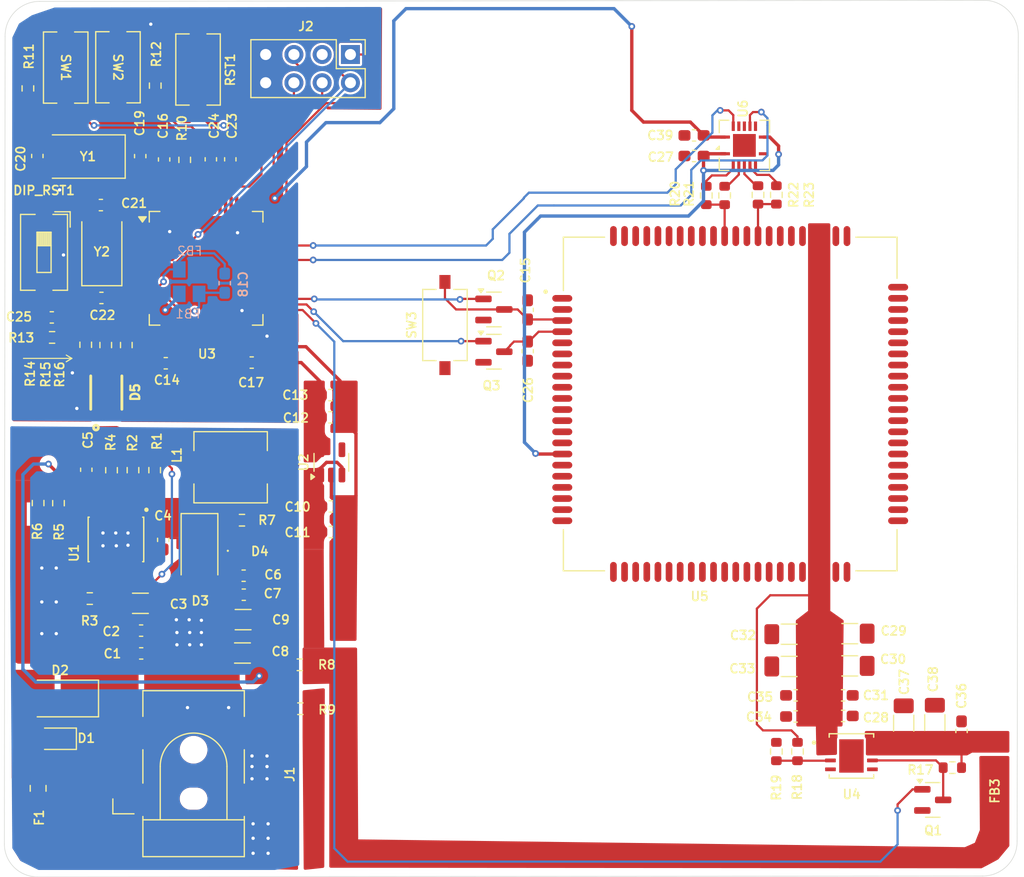
<source format=kicad_pcb>
(kicad_pcb (version 20240108) (generator "pcbnew") (generator_version "8.0")
  (layers (0 "F.Cu" signal) (31 "B.Cu" signal) (34 "B.Paste" user) (35 "F.Paste" user) (36 "B.SilkS" user "B.Silkscreen") (37 "F.SilkS" user "F.Silkscreen") (38 "B.Mask" user) (39 "F.Mask" user) (44 "Edge.Cuts" user))
  (net 0 "")
  (net 1 "Net-(D2-K)")
  (net 2 "GND-ISO")
  (net 3 "Net-(D3-K)")
  (net 4 "Net-(U1-BST)")
  (net 5 "Net-(U1-COMP)")
  (net 6 "Net-(C5-Pad2)")
  (net 7 "/Power Supply/5V")
  (net 8 "Net-(D1-A2)")
  (net 9 "Net-(D4-A)")
  (net 10 "Net-(F1-Pad2)")
  (net 11 "Net-(U1-EN)")
  (net 12 "Net-(U1-FREQ)")
  (net 13 "Net-(U1-FB)")
  (net 14 "/Power Supply/SMPS_OUT")
  (net 15 "GND")
  (net 16 "/3.3V")
  (net 18 "/STM32 MCU Unit/VCCA")
  (net 19 "GNDA")
  (net 20 "Net-(U3-PC14)")
  (net 21 "Net-(U3-PC15)")
  (net 22 "Net-(U3-PH0)")
  (net 23 "Net-(U3-PH1)")
  (net 24 "/STM32 MCU Unit/SW1")
  (net 25 "/STM32 MCU Unit/SW2")
  (net 26 "/STM32 MCU Unit/NRST")
  (net 27 "/STM32 MCU Unit/LED2")
  (net 28 "/STM32 MCU Unit/LED3")
  (net 29 "/STM32 MCU Unit/LED1")
  (net 31 "/STM32 MCU Unit/SWDIO")
  (net 32 "/STM32 MCU Unit/DBG_UART_RX")
  (net 33 "/STM32 MCU Unit/SWCLK")
  (net 34 "/STM32 MCU Unit/DBG_UART_TX")
  (net 35 "Net-(U3-BOOT0)")
  (net 38 "/LTE Modem Unit/PWRKEY")
  (net 59 "/1.8V")
  (net 63 "/LTE Modem Unit/RESET")
  (net 66 "/VCC_LTEMODEM")
  (net 69 "/MODEM_TX")
  (net 74 "Net-(D5-RA)")
  (net 75 "Net-(D5-BA)")
  (net 76 "Net-(D5-GA)")
  (net 77 "Net-(C36-Pad1)")
  (net 78 "Net-(Q1-C)")
  (net 79 "/LTEMODEM_LDO_EN")
  (net 80 "/Power Supply/ADJ")
  (net 82 "/LTEMODEM_ON_OFF")
  (net 83 "/LTEMODEM_RST")
  (net 110 "Net-(U6-A1)")
  (net 117 "Net-(U6-A2)")
  (net 144 "Net-(U6-A3)")
  (net 145 "/MODEM_RX")
  (net 146 "Net-(U6-A4)")
  (net 147 "/MCU_TO_MODEM_UART_RX")
  (net 148 "/MCU_TO_MODEM_UART_TX")
  (net 150 "/Interfaces/CP2102_TO_MODEM_TX")
  (net 152 "/Interfaces/CP2102_TO_MODEM_RX")
  (footprint "Capacitor_SMD:C_1206_3216Metric_Pad1.33x1.80mm_HandSolder" (layer "F.Cu") (at 172.7 123.9 90)
    (property "Reference" "C37")
    (property "Value" "100uF")
  )
  (footprint "Crystal:Crystal_SMD_5032-2Pin_5.0x3.2mm" (layer "F.Cu") (at 100.6 81.515 90)
    (property "Reference" "Y2")
    (property "Value" "8MHz")
  )
  (footprint "Button_Switch_SMD:SW_Tactile_SPST_NO_Straight_CK_PTS636Sx25SMTRLFS" (layer "F.Cu") (at 109.25 65.125 90)
    (property "Reference" "RST1")
    (property "Value" "RST_SW")
  )
  (footprint "Resistor_SMD:R_0603_1608Metric" (layer "F.Cu") (at 105.4 66.575 90)
    (property "Reference" "R12")
    (property "Value" "10k")
  )
  (footprint "Capacitor_SMD:C_0603_1608Metric_Pad1.08x0.95mm_HandSolder" (layer "F.Cu") (at 94.8 72.9 90)
    (property "Reference" "C20")
    (property "Value" "14pF")
  )
  (footprint "Resistor_SMD:R_0603_1608Metric" (layer "F.Cu") (at 177.075 127.9 180)
    (property "Reference" "R17")
    (property "Value" "10k")
  )
  (footprint "Resistor_SMD:R_0603_1608Metric" (layer "F.Cu") (at 99.515 112.6975 180)
    (property "Reference" "R3")
    (property "Value" "100k")
  )
  (footprint "Capacitor_SMD:C_0603_1608Metric_Pad1.08x0.95mm_HandSolder" (layer "F.Cu") (at 114.075 91.475 180)
    (property "Reference" "C17")
    (property "Value" "100nF")
  )
  (footprint "Resistor_SMD:R_0603_1608Metric" (layer "F.Cu") (at 96.125 89.215)
    (property "Reference" "R13")
    (property "Value" "10k")
  )
  (footprint "Capacitor_SMD:C_0603_1608Metric_Pad1.08x0.95mm_HandSolder" (layer "F.Cu") (at 121.15 96.4)
    (property "Reference" "C12")
    (property "Value" "10uF")
  )
  (footprint "Capacitor_SMD:C_1206_3216Metric_Pad1.33x1.80mm_HandSolder" (layer "F.Cu") (at 113.3025 114.59 180)
    (property "Reference" "C9")
    (property "Value" "100uF")
  )
  (footprint "Capacitor_SMD:C_0603_1608Metric_Pad1.08x0.95mm_HandSolder" (layer "F.Cu") (at 110.4 73.2 90)
    (property "Reference" "C24")
    (property "Value" "100nF")
  )
  (footprint "Capacitor_SMD:C_0603_1608Metric_Pad1.08x0.95mm_HandSolder" (layer "F.Cu") (at 167.25 123.25)
    (property "Reference" "C28")
    (property "Value" "0.1uF")
  )
  (footprint "Resistor_SMD:R_0603_1608Metric" (layer "F.Cu") (at 93.95 66.825 90)
    (property "Reference" "R11")
    (property "Value" "10k")
  )
  (footprint "Resistor_SMD:R_0603_1608Metric" (layer "F.Cu") (at 154.95 76.45 -90)
    (property "Reference" "R20")
    (property "Value" "0R")
  )
  (footprint "Capacitor_SMD:C_0603_1608Metric_Pad1.08x0.95mm_HandSolder" (layer "F.Cu") (at 96.1 87.415)
    (property "Reference" "C25")
    (property "Value" "100nF")
  )
  (footprint "Resistor_SMD:R_0603_1608Metric" (layer "F.Cu") (at 101.47 101.155 90)
    (property "Reference" "R4")
    (property "Value" "100k")
  )
  (footprint "Capacitor_SMD:C_0603_1608Metric_Pad1.08x0.95mm_HandSolder" (layer "F.Cu") (at 100.5125 77.315)
    (property "Reference" "C21")
    (property "Value" "27pF")
  )
  (footprint "Resistor_SMD:R_0603_1608Metric" (layer "F.Cu") (at 118.45 122.6)
    (property "Reference" "R9")
    (property "Value" "0R")
  )
  (footprint "LD39200DPUR:SON80P400X400X100-9N" (layer "F.Cu") (at 168 126.85)
    (property "Reference" "U4")
    (property "Value" "LD39200DPUR")
  )
  (footprint "Resistor_SMD:R_0603_1608Metric" (layer "F.Cu") (at 159.6 76.4 -90)
    (property "Reference" "R22")
    (property "Value" "0R")
  )
  (footprint "Resistor_SMD:R_0603_1608Metric" (layer "F.Cu") (at 96.7 104.1175 -90)
    (property "Reference" "R5")
    (property "Value" "40.2k")
  )
  (footprint "Connector_BarrelJack:BarrelJack_CLIFF_FC681465S_SMT_Horizontal" (layer "F.Cu") (at 108.85 127.79 90)
    (property "Reference" "J1")
    (property "Value" "Barrel_Jack_Switch")
  )
  (footprint "Capacitor_SMD:C_1206_3216Metric_Pad1.33x1.80mm_HandSolder" (layer "F.Cu") (at 162.4 115.9 180)
    (property "Reference" "C32")
    (property "Value" "100uF")
  )
  (footprint "Capacitor_SMD:C_0603_1608Metric_Pad1.08x0.95mm_HandSolder" (layer "F.Cu") (at 153.85 71.05)
    (property "Reference" "C39")
    (property "Value" "100nF")
  )
  (footprint "Resistor_SMD:R_0603_1608Metric" (layer "F.Cu") (at 105.35 101.15 -90)
    (property "Reference" "R1")
    (property "Value" "100k")
  )
  (footprint "Package_TO_SOT_SMD:SOT-23" (layer "F.Cu") (at 135.85 90.5)
    (property "Reference" "Q3")
    (property "Value" "Q_NPN_BEC_BRT")
  )
  (footprint "Capacitor_SMD:C_0603_1608Metric_Pad1.08x0.95mm_HandSolder" (layer "F.Cu") (at 113.3625 112.35 180)
    (property "Reference" "C7")
    (property "Value" "22uF")
  )
  (footprint "Resistor_SMD:R_0603_1608Metric" (layer "F.Cu") (at 161.25 126.45 90)
    (property "Reference" "R19")
    (property "Value" "1k")
  )
  (footprint "Capacitor_SMD:C_0603_1608Metric_Pad1.08x0.95mm_HandSolder" (layer "F.Cu") (at 138.8875 86.7375 90)
    (property "Reference" "C15")
    (property "Value" "100nF")
  )
  (footprint "Ferrite_Bead:BEADC2012X105N" (layer "F.Cu") (at 180.95 126.7 90)
    (property "Reference" "FB3")
    (property "Value" "FerriteBead")
  )
  (footprint "Resistor_SMD:R_0603_1608Metric" (layer "F.Cu") (at 118.4 118.65)
    (property "Reference" "R8")
    (property "Value" "0R")
  )
  (footprint "Capacitor_SMD:C_0603_1608Metric_Pad1.08x0.95mm_HandSolder" (layer "F.Cu") (at 100.5625 85.665)
    (property "Reference" "C22")
    (property "Value" "27pF")
  )
  (footprint "Capacitor_SMD:C_0603_1608Metric_Pad1.08x0.95mm_HandSolder" (layer "F.Cu") (at 106.12 107.4175 90)
    (property "Reference" "C4")
    (property "Value" "0.1uF")
  )
  (footprint "Package_QFP:LQFP-64_10x10mm_P0.5mm" (layer "F.Cu") (at 109.975 83)
    (property "Reference" "U3")
    (property "Value" "STM32L073RZTx")
  )
  (footprint "Capacitor_SMD:C_0603_1608Metric_Pad1.08x0.95mm_HandSolder" (layer "F.Cu") (at 121.15 94.4)
    (property "Reference" "C13")
    (property "Value" "0.1uF")
  )
  (footprint "LTE_MODEM:IC_SIM7600E-H" (layer "F.Cu") (at 157.1 95.2)
    (property "Reference" "U5")
    (property "Value" "SIM7600E-H")
  )
  (footprint "Capacitor_SMD:C_0603_1608Metric_Pad1.08x0.95mm_HandSolder" (layer "F.Cu") (at 162.9875 123.3 180)
    (property "Reference" "C34")
    (property "Value" "0.1uF")
  )
  (footprint "Package_TO_SOT_SMD:SOT-23-5" (layer "F.Cu") (at 121.2375 100.45 90)
    (property "Reference" "U2")
    (property "Value" "TLV70033_SOT23-5")
  )
  (footprint "Resistor_SMD:R_0603_1608Metric" (layer "F.Cu") (at 163.15 126.45 -90)
    (property "Reference" "R18")
    (property "Value" "6.6k")
  )
  (footprint "Connector_PinHeader_2.54mm:PinHeader_2x04_P2.54mm_Vertical" (layer "F.Cu") (at 122.95 63.775 -90)
    (property "Reference" "J2")
    (property "Value" "Prog/Debug")
  )
  (footprint "Capacitor_SMD:C_0603_1608Metric_Pad1.08x0.95mm_HandSolder" (layer "F.Cu") (at 113.35 110.64 180)
    (property "Reference" "C6")
    (property "Value" "0.1uF")
  )
  (footprint "Crystal:Crystal_SMD_0603-2Pin_6.0x3.5mm" (layer "F.Cu") (at 99.35 72.95 180)
    (property "Reference" "Y1")
    (property "Value" "32.768kHz")
  )
  (footprint "LED_SMD:LED_0402_1005Metric" (layer "F.Cu") (at 113.0175 108.4)
    (property "Reference" "D4")
    (property "Value" "Red")
  )
  (footprint "Resistor_SMD:R_0603_1608Metric" (layer "F.Cu") (at 113.2 105.65 180)
    (property "Reference" "R7")
    (property "Value" "2k")
  )
  (footprint "Capacitor_SMD:C_0603_1608Metric_Pad1.08x0.95mm_HandSolder" (layer "F.Cu") (at 177.9 124.6 90)
    (property "Reference" "C36")
    (property "Value" "0.1uF")
  )
  (footprint "Capacitor_SMD:C_0603_1608Metric_Pad1.08x0.95mm_HandSolder" (layer "F.Cu") (at 138.8875 90.45 -90)
    (property "Reference" "C26")
    (property "Value" "100nF")
  )
  (footprint "Resistor_SMD:R_0603_1608Metric" (layer "F.Cu") (at 108.05 73.25 -90)
    (property "Reference" "R10")
    (property "Value" "10k")
  )
  (footprint "Capacitor_SMD:C_0603_1608Metric_Pad1.08x0.95mm_HandSolder" (layer "F.Cu") (at 106.347621 91.537163 180)
    (property "Reference" "C14")
    (property "Value" "100nF")
  )
  (footprint "Capacitor_SMD:C_0603_1608Metric_Pad1.08x0.95mm_HandSolder" (layer "F.Cu") (at 104.13 115.5775)
    (property "Reference" "C2")
    (property "Value" "10uF")
  )
  (footprint "Capacitor_SMD:C_0603_1608Metric_Pad1.08x0.95mm_HandSolder" (layer "F.Cu") (at 106.2 73.2125 90)
    (property "Reference" "C16")
    (property "Value" "100nF")
  )
  (footprint "LED_PLCC_6:ASMT-YTC7-0AA02" (layer "F.Cu") (at 101 94.175 180)
    (property "Reference" "D5")
    (property "Value" "LED_RGB" (hide yes))
  )
  (footprint "Resistor_SMD:R_0603_1608Metric" (layer "F.Cu") (at 94.87 104.1075 90)
    (property "Reference" "R6")
    (property "Value" "210k")
  )
  (footprint "Capacitor_SMD:C_1206_3216Metric_Pad1.33x1.80mm_HandSolder" (layer "F.Cu") (at 113.245 117.5925 180)
    (property "Reference" "C8")
    (property "Value" "100uF")
  )
  (footprint "Button_Switch_SMD:SW_Tactile_SPST_NO_Straight_CK_PTS636Sx25SMTRLFS" (layer "F.Cu") (at 131.45 88.1 90)
    (property "Reference" "SW3")
    (property "Value" "PWRKEY_SW")
  )
  (footprint "Capacitor_SMD:C_0603_1608Metric_Pad1.08x0.95mm_HandSolder" (layer "F.Cu") (at 99.2 101.1125 -90)
    (property "Reference" "C5")
    (property "Value" "0.1uF")
  )
  (footprint "Package_TO_SOT_SMD:SOT-23" (layer "F.Cu") (at 135.85 86.7)
    (property "Reference" "Q2")
    (property "Value" "Q_NPN_BEC_BRT")
  )
  (footprint "Diode_SMD:D_SMA" (layer "F.Cu") (at 96.79 121.68 180)
    (property "Reference" "D2")
    (property "Value" "SS34")
  )
  (footprint "Capacitor_SMD:C_0603_1608Metric_Pad1.08x0.95mm_HandSolder" (layer "F.Cu") (at 104.05 72.9125 90)
    (property "Reference" "C19")
    (property "Value" "14pF")
  )
  (footprint "Capacitor_SMD:C_1206_3216Metric_Pad1.33x1.80mm_HandSolder" (layer "F.Cu") (at 162.4 118.8 180)
    (property "Reference" "C33")
    (property "Value" "100uF")
  )
  (footprint "IoT_Library:SOIC127P600X170-9N" (layer "F.Cu") (at 101.8675 107.3775 -90)
    (property "Reference" "U1")
    (property "Value" "MP1584EN")
  )
  (footprint "Capacitor_SMD:C_0603_1608Metric_Pad1.08x0.95mm_HandSolder" (layer "F.Cu") (at 112.15 73.2 90)
    (property "Reference" "C23")
    (property "Value" "100nF")
  )
  (footprint "Button_Switch_SMD:SW_DIP_SPSTx01_Slide_6.7x4.1mm_W6.73mm_P2.54mm_LowProfile_JPin" (layer "F.Cu") (at 95.4 81.565 -90)
    (property "Reference" "DIP_RST1")
    (property "Value" "DIP_RST")
  )
  (footprint "Capacitor_SMD:C_1206_3216Metric_Pad1.33x1.80mm_HandSolder" (layer "F.Cu") (at 104.0675 113.1225)
    (property "Reference" "C3")
    (property "Value" "100uF")
  )
  (footprint "Capacitor_SMD:C_1206_3216Metric_Pad1.33x1.80mm_HandSolder" (layer "F.Cu") (at 167.85 115.85)
    (property "Reference" "C29")
    (property "Value" "100uF")
  )
  (footprint "Capacitor_SMD:C_0603_1608Metric_Pad1.08x0.95mm_HandSolder" (layer "F.Cu") (at 104.1375 117.6275)
    (property "Reference" "C1")
    (property "Value" "0.1uF")
  )
  (footprint "Resistor_SMD:R_0603_1608Metric" (layer "F.Cu") (at 156.6 76.45 -90)
    (property "Reference" "R21")
    (property "Value" "0R")
  )
  (footprint "Inductor_SMD:L_6.3x6.3_H3" (layer "F.Cu") (at 112.18 100.89)
    (property "Reference" "L1")
    (property "Value" "15uH")
  )
  (footprint "Capacitor_SMD:C_0603_1608Metric_Pad1.08x0.95mm_HandSolder" (layer "F.Cu") (at 121.1875 104.4125)
    (property "Reference" "C10")
    (property "Value" "10uF")
  )
  (footprint "Resistor_SMD:R_0603_1608Metric" (layer "F.Cu") (at 103.4 101.15 90)
    (property "Reference" "R2")
    (property "Value" "24.9k")
  )
  (footprint "Button_Switch_SMD:SW_Tactile_SPST_NO_Straight_CK_PTS636Sx25SMTRLFS" (layer "F.Cu") (at 102.05 64.925 -90)
    (property "Reference" "SW2")
    (property "Value" "Input_SW2")
  )
  (footprint "Resistor_SMD:R_0603_1608Metric" (layer "F.Cu") (at 102.8 89.9 90)
    (property "Reference" "R14")
    (property "Value" "1k")
  )
  (footprint "Fuse:Fuse_0805_2012Metric" (layer "F.Cu") (at 94.87 129.76 -90)
    (property "Reference" "F1")
    (property "Value" "12V/1.5A/2A")
  )
  (footprint "Diode_SMD:D_SMA" (layer "F.Cu") (at 109.38 108.5625 -90)
    (property "Reference" "D3")
    (property "Value" "SS34")
  )
  (footprint "Resistor_SMD:R_0603_1608Metric" (layer "F.Cu") (at 100.95 89.9 90)
    (property "Reference" "R15")
    (property "Value" "1k")
  )
  (footprint "Capacitor_SMD:C_0603_1608Metric_Pad1.08x0.95mm_HandSolder" (layer "F.Cu") (at 167.25 121.4)
    (property "Reference" "C31")
    (property "Value" "33pF")
  )
  (footprint "Capacitor_SMD:C_0603_1608Metric_Pad1.08x0.95mm_HandSolder" (layer "F.Cu") (at 121.1875 106.7125)
    (property "Reference" "C11")
    (property "Value" "0.1uF")
  )
  (footprint "Capacitor_SMD:C_0603_1608Metric_Pad1.08x0.95mm_HandSolder" (layer "F.Cu") (at 153.85 72.9)
    (property "Reference" "C27")
    (property "Value" "100nF")
  )
  (footprint "Button_Switch_SMD:SW_Tactile_SPST_NO_Straight_CK_PTS636Sx25SMTRLFS" (layer "F.Cu") (at 97.35 64.95 -90)
    (property "Reference" "SW1")
    (property "Value" "Input_SW1")
  )
  (footprint "Capacitor_SMD:C_1206_3216Metric_Pad1.33x1.80mm_HandSolder" (layer "F.Cu") (at 167.85 118.75)
    (property "Reference" "C30")
    (property "Value" "100uF")
  )
  (footprint "Package_DFN_QFN:Texas_S-PVQFN-N14" (layer "F.Cu") (at 158.375 71.95 90)
    (property "Reference" "U6")
    (property "Value" "TXB0104RGY")
  )
  (footprint "Capacitor_SMD:C_0603_1608Metric_Pad1.08x0.95mm_HandSolder" (layer "F.Cu") (at 162.9875 121.4 180)
    (property "Reference" "C35")
    (property "Value" "33pF")
  )
  (footprint "Resistor_SMD:R_0603_1608Metric" (layer "F.Cu") (at 161.25 76.4 -90)
    (property "Reference" "R23")
    (property "Value" "0R")
  )
  (footprint "Package_TO_SOT_SMD:SOT-23" (layer "F.Cu") (at 175.3125 130.8)
    (property "Reference" "Q1")
    (property "Value" "Q_NPN_BEC_BRT")
  )
  (footprint "Capacitor_SMD:C_1206_3216Metric_Pad1.33x1.80mm_HandSolder" (layer "F.Cu") (at 175.5 123.85 90)
    (property "Reference" "C38")
    (property "Value" "100uF")
  )
  (footprint "Resistor_SMD:R_0603_1608Metric" (layer "F.Cu") (at 99.15 89.875 90)
    (property "Reference" "R16")
    (property "Value" "1k")
  )
  (footprint "Diode_SMD:D_0805_2012Metric_Pad1.15x1.40mm_HandSolder" (layer "F.Cu") (at 96.45 125.3 180)
    (property "Reference" "D1")
    (property "Value" "TVS")
  )
  (footprint "Ferrite_Bead:BEADC2012X105N" (layer "B.Cu") (at 108.45 83.1)
    (property "Reference" "FB2")
    (property "Value" "FerriteBead")
  )
  (footprint "Ferrite_Bead:BEADC2012X105N" (layer "B.Cu") (at 108.45 85.3)
    (property "Reference" "FB1")
    (property "Value" "FerriteBead")
  )
  (footprint "Capacitor_SMD:C_0603_1608Metric_Pad1.08x0.95mm_HandSolder" (layer "B.Cu") (at 111.65 84.3375 90)
    (property "Reference" "C18")
    (property "Value" "100nF")
  )
  (gr_line (start 97.9 91.1) (end 97.4 91.4) (stroke (width 0.1)) (layer "F.SilkS"))
  (gr_line (start 97.4 91.4) (end 97.9 91.1) (stroke (width 0.1)) (layer "F.SilkS"))
  (gr_line (start 97.9 91.1) (end 97.4 90.8) (stroke (width 0.1)) (layer "F.SilkS"))
  (gr_line (start 93.55 91.1) (end 97.9 91.1) (stroke (width 0.1)) (layer "F.SilkS"))
  (gr_arc (start 179.849597 58.9) (mid 182.074134 59.79009) (end 183 62) (stroke (width 0.05)) (layer "Edge.Cuts"))
  (gr_arc (start 91.9 62.15) (mid 92.790077 59.925433) (end 95 58.999597) (stroke (width 0.05)) (layer "Edge.Cuts"))
  (gr_arc (start 182.898645 134.493262) (mid 182.008572 136.717832) (end 179.798645 137.643665) (stroke (width 0.05)) (layer "Edge.Cuts"))
  (gr_line (start 182.898645 134.493262) (end 183 62) (stroke (width 0.05)) (layer "Edge.Cuts"))
  (gr_arc (start 94.785965 137.714035) (mid 92.7 136.85) (end 91.835965 134.764035) (stroke (width 0.05)) (layer "Edge.Cuts"))
  (gr_line (start 91.9 62.15) (end 91.835965 134.764035) (stroke (width 0.05)) (layer "Edge.Cuts"))
  (gr_line (start 179.849597 58.9) (end 95 58.999597) (stroke (width 0.05)) (layer "Edge.Cuts"))
  (gr_line (start 94.785965 137.714035) (end 179.798645 137.643665) (stroke (width 0.05)) (layer "Edge.Cuts"))
  (segment (start 106 110.5) (end 105.25 111.25) (width 0.2) (layer "F.Cu") (net 1))
  (segment (start 102.5025 110.837499) (end 102.5025 109.8525) (width 0.2) (layer "F.Cu") (net 1))
  (segment (start 106.65 100.75) (end 106.9 101) (width 0.2) (layer "F.Cu") (net 1))
  (segment (start 105.25 111.25) (end 102.915001 111.25) (width 0.2) (layer "F.Cu") (net 1))
  (segment (start 106.225 100.325) (end 106.65 100.75) (width 0.2) (layer "F.Cu") (net 1))
  (segment (start 105.35 100.325) (end 106.225 100.325) (width 0.2) (layer "F.Cu") (net 1))
  (segment (start 106.9 101) (end 106.9 101.5) (width 0.2) (layer "F.Cu") (net 1))
  (segment (start 102.915001 111.25) (end 102.5025 110.837499) (width 0.2) (layer "F.Cu") (net 1))
  (via (at 106 110.5) (size 0.6) (drill 0.3) (layers "F.Cu" "B.Cu") (net 1))
  (via (at 106.9 101.5) (size 0.6) (drill 0.3) (layers "F.Cu" "B.Cu") (net 1))
  (segment (start 106.9 101.5) (end 106.9 109.6) (width 0.2) (layer "B.Cu") (net 1))
  (segment (start 106.9 109.6) (end 106 110.5) (width 0.2) (layer "B.Cu") (net 1))
  (via (at 108.45 114.6) (size 0.6) (drill 0.3) (layers "F.Cu" "B.Cu") (net 2))
  (via (at 108.5 116.85) (size 0.6) (drill 0.3) (layers "F.Cu" "B.Cu") (net 2))
  (via (at 108.3 122.5) (size 0.6) (drill 0.3) (layers "F.Cu" "B.Cu") (net 2))
  (via (at 115.55 135.6) (size 0.6) (drill 0.3) (layers "F.Cu" "B.Cu") (net 2))
  (via (at 109.55 114.65) (size 0.6) (drill 0.3) (layers "F.Cu" "B.Cu") (net 2))
  (via (at 100.7 107.95) (size 0.6) (drill 0.3) (layers "F.Cu" "B.Cu") (net 2))
  (via (at 108.5 115.75) (size 0.6) (drill 0.3) (layers "F.Cu" "B.Cu") (net 2))
  (via (at 95.2 115.85) (size 0.6) (drill 0.3) (layers "F.Cu" "B.Cu") (net 2))
  (via (at 112 122.5) (size 0.6) (drill 0.3) (layers "F.Cu" "B.Cu") (net 2))
  (via (at 96.5 109.95) (size 0.6) (drill 0.3) (layers "F.Cu" "B.Cu") (net 2))
  (via (at 115.55 132.95) (size 0.6) (drill 0.3) (layers "F.Cu" "B.Cu") (net 2))
  (via (at 101.85 106.8) (size 0.6) (drill 0.3) (layers "F.Cu" "B.Cu") (net 2))
  (via (at 102.95 107.9) (size 0.6) (drill 0.3) (layers "F.Cu" "B.Cu") (net 2))
  (via (at 101.9 107.95) (size 0.6) (drill 0.3) (layers "F.Cu" "B.Cu") (net 2))
  (via (at 96.5 113) (size 0.6) (drill 0.3) (layers "F.Cu" "B.Cu") (net 2))
  (via (at 115.45 127.8) (size 0.6) (drill 0.3) (layers "F.Cu" "B.Cu") (net 2))
  (via (at 109.55 116.85) (size 0.6) (drill 0.3) (layers "F.Cu" "B.Cu") (net 2))
  (via (at 109.55 115.75) (size 0.6) (drill 0.3) (layers "F.Cu" "B.Cu") (net 2))
  (via (at 95.2 113) (size 0.6) (drill 0.3) (layers "F.Cu" "B.Cu") (net 2))
  (via (at 114.2 135.6) (size 0.6) (drill 0.3) (layers "F.Cu" "B.Cu") (net 2))
  (via (at 107.35 115.75) (size 0.6) (drill 0.3) (layers "F.Cu" "B.Cu") (net 2))
  (via (at 114.1 128.9) (size 0.6) (drill 0.3) (layers "F.Cu" "B.Cu") (net 2))
  (via (at 96.5 115.85) (size 0.6) (drill 0.3) (layers "F.Cu" "B.Cu") (net 2))
  (via (at 100.7 106.8) (size 0.6) (drill 0.3) (layers "F.Cu" "B.Cu") (net 2))
  (via (at 107.35 116.85) (size 0.6) (drill 0.3) (layers "F.Cu" "B.Cu") (net 2))
  (via (at 95.2 109.95) (size 0.6) (drill 0.3) (layers "F.Cu" "B.Cu") (net 2))
  (via (at 115.45 128.9) (size 0.6) (drill 0.3) (layers "F.Cu" "B.Cu") (net 2))
  (via (at 114.1 127.8) (size 0.6) (drill 0.3) (layers "F.Cu" "B.Cu") (net 2))
  (via (at 102.95 106.8) (size 0.6) (drill 0.3) (layers "F.Cu" "B.Cu") (net 2))
  (via (at 115.45 126.85) (size 0.6) (drill 0.3) (layers "F.Cu" "B.Cu") (net 2))
  (via (at 114.2 132.95) (size 0.6) (drill 0.3) (layers "F.Cu" "B.Cu") (net 2))
  (via (at 114.2 134.25) (size 0.6) (drill 0.3) (layers "F.Cu" "B.Cu") (net 2))
  (via (at 115.55 134.25) (size 0.6) (drill 0.3) (layers "F.Cu" "B.Cu") (net 2))
  (via (at 107.3 114.6) (size 0.6) (drill 0.3) (layers "F.Cu" "B.Cu") (net 2))
  (via (at 114.1 126.85) (size 0.6) (drill 0.3) (layers "F.Cu" "B.Cu") (net 2))
  (segment (start 106.12 108.28) (end 106.12 108.83) (width 0.2) (layer "F.Cu") (net 4))
  (segment (start 105.0975 109.8525) (end 103.7725 109.8525) (width 0.2) (layer "F.Cu") (net 4))
  (segment (start 106.12 108.83) (end 105.0975 109.8525) (width 0.2) (layer "F.Cu") (net 4))
  (segment (start 98.05 100.6) (end 98.05 103) (width 0.2) (layer "F.Cu") (net 5))
  (segment (start 98.4 100.25) (end 98.05 100.6) (width 0.2) (layer "F.Cu") (net 5))
  (segment (start 98.05 103) (end 98.3 103.25) (width 0.2) (layer "F.Cu") (net 5))
  (segment (start 98.3 103.25) (end 100.8 103.25) (width 0.2) (layer "F.Cu") (net 5))
  (segment (start 101.2325 103.6825) (end 101.2325 104.9025) (width 0.2) (layer "F.Cu") (net 5))
  (segment (start 99.2 100.25) (end 98.4 100.25) (width 0.2) (layer "F.Cu") (net 5))
  (segment (start 100.8 103.25) (end 101.2325 103.6825) (width 0.2) (layer "F.Cu") (net 5))
  (segment (start 99.2 101.975) (end 101.465 101.975) (width 0.2) (layer "F.Cu") (net 6))
  (segment (start 101.465 101.975) (end 101.47 101.98) (width 0.2) (layer "F.Cu") (net 6))
  (segment (start 121.75 100.45) (end 120.8 100.45) (width 0.3) (layer "F.Cu") (net 7))
  (segment (start 122.1875 101.5875) (end 122.1875 100.8875) (width 0.3) (layer "F.Cu") (net 7))
  (segment (start 120.8 100.45) (end 120.2875 100.9625) (width 0.3) (layer "F.Cu") (net 7))
  (segment (start 120.2875 100.9625) (end 120.2875 101.5875) (width 0.3) (layer "F.Cu") (net 7))
  (segment (start 122.1875 100.8875) (end 121.75 100.45) (width 0.3) (layer "F.Cu") (net 7))
  (segment (start 114.45 107.6) (end 114.05 107.2) (width 0.2) (layer "F.Cu") (net 9))
  (segment (start 114.45 108.05) (end 114.45 107.6) (width 0.2) (layer "F.Cu") (net 9))
  (segment (start 114.1 108.4) (end 114.45 108.05) (width 0.2) (layer "F.Cu") (net 9))
  (segment (start 113.5025 108.4) (end 114.1 108.4) (width 0.2) (layer "F.Cu") (net 9))
  (segment (start 112.375 106.175) (end 112.375 105.65) (width 0.2) (layer "F.Cu") (net 9))
  (segment (start 114.05 107.2) (end 113.4 107.2) (width 0.2) (layer "F.Cu") (net 9))
  (segment (start 113.4 107.2) (end 112.375 106.175) (width 0.2) (layer "F.Cu") (net 9))
  (segment (start 103.4 101.975) (end 102.5025 102.8725) (width 0.2) (layer "F.Cu") (net 11))
  (segment (start 102.5025 102.8725) (end 102.5025 104.9025) (width 0.2) (layer "F.Cu") (net 11))
  (segment (start 105.35 101.975) (end 103.4 101.975) (width 0.2) (layer "F.Cu") (net 11))
  (segment (start 101.2325 111.2675) (end 101.2325 109.8525) (width 0.2) (layer "F.Cu") (net 12))
  (segment (start 100.34 112.6975) (end 100.34 112.16) (width 0.2) (layer "F.Cu") (net 12))
  (segment (start 100.34 112.16) (end 101.2325 111.2675) (width 0.2) (layer "F.Cu") (net 12))
  (segment (start 94.87 104.9325) (end 96.69 104.9325) (width 0.2) (layer "F.Cu") (net 13))
  (segment (start 96.7 104.9425) (end 99.9225 104.9425) (width 0.2) (layer "F.Cu") (net 13))
  (segment (start 96.69 104.9325) (end 96.7 104.9425) (width 0.2) (layer "F.Cu") (net 13))
  (segment (start 99.9225 104.9425) (end 99.9625 104.9025) (width 0.2) (layer "F.Cu") (net 13))
  (segment (start 96.7 103.2925) (end 96.7 101.5) (width 0.3) (layer "F.Cu") (net 14))
  (segment (start 114.75 119.65) (end 114.75 117.65) (width 0.3) (layer "F.Cu") (net 14))
  (segment (start 114.75 117.65) (end 114.8075 117.5925) (width 0.3) (layer "F.Cu") (net 14))
  (segment (start 96.7 101.5) (end 95.8 100.6) (width 0.3) (layer "F.Cu") (net 14))
  (segment (start 114.85 119.55) (end 114.75 119.65) (width 0.3) (layer "F.Cu") (net 14))
  (via (at 114.75 119.65) (size 0.6) (drill 0.3) (layers "F.Cu" "B.Cu") (net 14))
  (via (at 95.8 100.6) (size 0.6) (drill 0.3) (layers "F.Cu" "B.Cu") (net 14))
  (segment (start 93.5 119.05) (end 94.65 120.2) (width 0.3) (layer "B.Cu") (net 14))
  (segment (start 94.45 100.6) (end 93.5 101.55) (width 0.3) (layer "B.Cu") (net 14))
  (segment (start 114.2 120.2) (end 114.75 119.65) (width 0.3) (layer "B.Cu") (net 14))
  (segment (start 95.8 100.6) (end 94.45 100.6) (width 0.3) (layer "B.Cu") (net 14))
  (segment (start 93.5 101.55) (end 93.5 119.05) (width 0.3) (layer "B.Cu") (net 14))
  (segment (start 94.65 120.2) (end 114.2 120.2) (width 0.3) (layer "B.Cu") (net 14))
  (segment (start 123.45 97.85) (end 122.0125 96.4125) (width 0.3) (layer "F.Cu") (net 15))
  (segment (start 112.15 72.3375) (end 110.4 72.3375) (width 0.3) (layer "F.Cu") (net 15))
  (segment (start 122.0125 93.1125) (end 118.95 90.05) (width 0.3) (layer "F.Cu") (net 15))
  (segment (start 105.2 75.65) (end 105.824999 75.65) (width 0.3) (layer "F.Cu") (net 15))
  (segment (start 107.975 72.35) (end 108.05 72.425) (width 0.3) (layer "F.Cu") (net 15))
  (segment (start 122.0125 96.4125) (end 122.0125 96.4) (width 0.3) (layer "F.Cu") (net 15))
  (segment (start 104.05 73.775) (end 104.05 74.5) (width 0.3) (layer "F.Cu") (net 15))
  (segment (start 101.9 95.65) (end 101 95.65) (width 0.3) (layer "F.Cu") (net 15))
  (segment (start 110.4 70.15) (end 109.25 69) (width 0.3) (layer "F.Cu") (net 15))
  (segment (start 113.2125 91.475) (end 113.2125 88.6875) (width 0.3) (layer "F.Cu") (net 15))
  (segment (start 105.824999 75.65) (end 106.725 76.550001) (width 0.3) (layer "F.Cu") (net 15))
  (segment (start 97.95 88) (end 97.95 92.4) (width 0.3) (layer "F.Cu") (net 15))
  (segment (start 96.9625 87.415) (end 97.365 87.415) (width 0.3) (layer "F.Cu") (net 15))
  (segment (start 102.05 61.05) (end 97.375 61.05) (width 0.3) (layer "F.Cu") (net 15))
  (segment (start 94.8 77.6) (end 95.4 78.2) (width 0.3) (layer "F.Cu") (net 15))
  (segment (start 106.725 90.297284) (end 105.485121 91.537163) (width 0.3) (layer "F.Cu") (net 15))
  (segment (start 122.0125 94.4) (end 122.0125 93.1125) (width 0.3) (layer "F.Cu") (net 15))
  (segment (start 113.2125 88.6875) (end 113.225 88.675) (width 0.3) (layer "F.Cu") (net 15))
  (segment (start 123.45 103.45) (end 123.45 97.85) (width 0.3) (layer "F.Cu") (net 15))
  (segment (start 99.315 85.665) (end 99.7 85.665) (width 0.3) (layer "F.Cu") (net 15))
  (segment (start 97.365 87.415) (end 97.95 88) (width 0.3) (layer "F.Cu") (net 15))
  (segment (start 99.65 77.315) (end 96.285 77.315) (width 0.3) (layer "F.Cu") (net 15))
  (segment (start 106.725 76.550001) (end 106.725 77.325) (width 0.3) (layer "F.Cu") (net 15))
  (segment (start 101 95.65) (end 100.1 95.65) (width 0.3) (layer "F.Cu") (net 15))
  (segment (start 105.475 72.35) (end 104.05 73.775) (width 0.3) (layer "F.Cu") (net 15))
  (segment (start 103.7 95.65) (end 101.9 95.65) (width 0.3) (layer "F.Cu") (net 15))
  (segment (start 106.2 72.35) (end 105.475 72.35) (width 0.3) (layer "F.Cu") (net 15))
  (segment (start 106.725 79.675) (end 106.7 79.7) (width 0.3) (layer "F.Cu") (net 15))
  (segment (start 113.25 91.5125) (end 113.2125 91.475) (width 0.3) (layer "F.Cu") (net 15))
  (segment (start 97.15 83.5) (end 99.315 85.665) (width 0.3) (layer "F.Cu") (net 15))
  (segment (start 122.05 104.4125) (end 122.4875 104.4125) (width 0.3) (layer "F.Cu") (net 15))
  (segment (start 98.4 95.65) (end 98.35 95.6) (width 0.3) (layer "F.Cu") (net 15))
  (segment (start 102.05 61.05) (end 105 61.05) (width 0.3) (layer "F.Cu") (net 15))
  (segment (start 106.725 88.675) (end 106.725 90.297284) (width 0.3) (layer "F.Cu") (net 15))
  (segment (start 96.285 77.315) (end 95.4 78.2) (width 0.3) (layer "F.Cu") (net 15))
  (segment (start 121.2375 103.6) (end 122.05 104.4125) (width 0.3) (layer "F.Cu") (net 15))
  (segment (start 113.225 86.825) (end 113.2 86.8) (width 0.3) (layer "F.Cu") (net 15))
  (segment (start 112.645 69) (end 115.33 66.315) (width 0.3) (layer "F.Cu") (net 15))
  (segment (start 115.65 79.75) (end 112.85 79.75) (width 0.3) (layer "F.Cu") (net 15))
  (segment (start 96.8 75.95) (end 98.165 77.315) (width 0.3) (layer "F.Cu") (net 15))
  (segment (start 98.165 77.315) (end 99.65 77.315) (width 0.3) (layer "F.Cu") (net 15))
  (segment (start 100.1 95.65) (end 98.4 95.65) (width 0.3) (layer "F.Cu") (net 15))
  (segment (start 106.2 72.35) (end 107.975 72.35) (width 0.3) (layer "F.Cu") (net 15))
  (segment (start 94.8 73.7625) (end 94.8 77.6) (width 0.3) (layer "F.Cu") (net 15))
  (segment (start 116.4 90.05) (end 115.45 89.1) (width 0.3) (layer "F.Cu") (net 15))
  (segment (start 97.375 61.05) (end 97.35 61.075) (width 0.3) (layer "F.Cu") (net 15))
  (segment (start 105.485121 91.537163) (end 105.485121 93.864879) (width 0.3) (layer "F.Cu") (net 15))
  (segment (start 113.225 88.675) (end 113.225 86.825) (width 0.3) (layer "F.Cu") (net 15))
  (segment (start 104.05 74.5) (end 105.2 75.65) (width 0.3) (layer "F.Cu") (net 15))
  (segment (start 121.2375 101.5875) (end 121.2375 103.6) (width 0.3) (layer "F.Cu") (net 15))
  (segment (start 106.725 77.325) (end 106.725 79.675) (width 0.3) (layer "F.Cu") (net 15))
  (segment (start 109.25 69) (end 112.645 69) (width 0.3) (layer "F.Cu") (net 15))
  (segment (start 122.4875 104.4125) (end 123.45 103.45) (width 0.3) (layer "F.Cu") (net 15))
  (segment (start 97.15 81.8) (end 97.15 83.5) (width 0.3) (layer "F.Cu") (net 15))
  (segment (start 118.95 90.05) (end 116.4 90.05) (width 0.3) (layer "F.Cu") (net 15))
  (segment (start 110.4 72.3375) (end 110.4 70.15) (width 0.3) (layer "F.Cu") (net 15))
  (segment (start 105.485121 93.864879) (end 103.7 95.65) (width 0.3) (layer "F.Cu") (net 15))
  (segment (start 112.85 79.75) (end 112.8 79.8) (width 0.3) (layer "F.Cu") (net 15))
  (via (at 115.45 89.1) (size 0.6) (drill 0.3) (layers "F.Cu" "B.Cu") (net 15))
  (via (at 105 61.05) (size 0.6) (drill 0.3) (layers "F.Cu" "B.Cu") (net 15))
  (via (at 106.7 79.7) (size 0.6) (drill 0.3) (layers "F.Cu" "B.Cu") (net 15))
  (via (at 96.8 75.95) (size 0.6) (drill 0.3) (layers "F.Cu" "B.Cu") (net 15))
  (via (at 98.35 95.6) (size 0.6) (drill 0.3) (layers "F.Cu" "B.Cu") (net 15))
  (via (at 97.95 92.4) (size 0.6) (drill 0.3) (layers "F.Cu" "B.Cu") (net 15))
  (via (at 113.2 86.8) (size 0.6) (drill 0.3) (layers "F.Cu" "B.Cu") (net 15))
  (via (at 97.15 81.8) (size 0.6) (drill 0.3) (layers "F.Cu" "B.Cu") (net 15))
  (via (at 112.8 79.8) (size 0.6) (drill 0.3) (layers "F.Cu" "B.Cu") (net 15))
  (segment (start 148.25 61.25) (end 148.25 68.8) (width 0.3) (layer "F.Cu") (net 16))
  (segment (start 120.2875 94.4) (end 120.2875 93.2375) (width 0.3) (layer "F.Cu") (net 16))
  (segment (start 154.8625 71.2) (end 154.7125 71.05) (width 0.3) (layer "F.Cu") (net 16))
  (segment (start 148.25 68.8) (end 149.3 69.85) (width 0.3) (layer "F.Cu") (net 16))
  (segment (start 120.2875 93.2375) (end 118.525 91.475) (width 0.3) (layer "F.Cu") (net 16))
  (segment (start 118.525 91.475) (end 114.9375 91.475) (width 0.3) (layer "F.Cu") (net 16))
  (segment (start 149.3 69.85) (end 153.5125 69.85) (width 0.3) (layer "F.Cu") (net 16))
  (segment (start 156.65 71.2) (end 154.8625 71.2) (width 0.3) (layer "F.Cu") (net 16))
  (segment (start 115.65 77.2) (end 116.15 76.7) (width 0.3) (layer "F.Cu") (net 16))
  (segment (start 153.5125 69.85) (end 154.7125 71.05) (width 0.3) (layer "F.Cu") (net 16))
  (segment (start 115.65 79.25) (end 115.65 77.2) (width 0.3) (layer "F.Cu") (net 16))
  (via (at 106.3 86.75) (size 0.6) (drill 0.3) (layers "F.Cu" "B.Cu") (net 16))
  (via (at 116.15 76.7) (size 0.6) (drill 0.3) (layers "F.Cu" "B.Cu") (net 16))
  (via (at 148.25 61.25) (size 0.6) (drill 0.3) (layers "F.Cu" "B.Cu") (net 16))
  (segment (start 119 71.65) (end 119 73.85) (width 0.3) (layer "B.Cu") (net 16))
  (segment (start 120.75 69.9) (end 119 71.65) (width 0.3) (layer "B.Cu") (net 16))
  (segment (start 107.56 85.3) (end 107.56 85.49) (width 0.3) (layer "B.Cu") (net 16))
  (segment (start 146.65 59.65) (end 127.95 59.65) (width 0.3) (layer "B.Cu") (net 16))
  (segment (start 119 73.85) (end 116.15 76.7) (width 0.3) (layer "B.Cu") (net 16))
  (segment (start 126.85 68.65) (end 125.6 69.9) (width 0.3) (layer "B.Cu") (net 16))
  (segment (start 125.6 69.9) (end 120.75 69.9) (width 0.3) (layer "B.Cu") (net 16))
  (segment (start 148.25 61.25) (end 146.65 59.65) (width 0.3) (layer "B.Cu") (net 16))
  (segment (start 107.56 85.49) (end 106.3 86.75) (width 0.3) (layer "B.Cu") (net 16))
  (segment (start 127.95 59.65) (end 126.85 60.75) (width 0.3) (layer "B.Cu") (net 16))
  (segment (start 126.85 60.75) (end 126.85 68.65) (width 0.3) (layer "B.Cu") (net 16))
  (segment (start 108.95 86.85) (end 107.65 86.85) (width 0.2) (layer "F.Cu") (net 18))
  (segment (start 107.65 86.85) (end 106.05 85.25) (width 0.2) (layer "F.Cu") (net 18))
  (segment (start 106.05 85.25) (end 104.3 85.25) (width 0.2) (layer "F.Cu") (net 18))
  (via (at 108.95 86.85) (size 0.6) (drill 0.3) (layers "F.Cu" "B.Cu") (net 18))
  (segment (start 109.44 85.2) (end 109.34 85.3) (width 0.2) (layer "B.Cu") (net 18))
  (segment (start 109.34 85.3) (end 109.34 86.46) (width 0.2) (layer "B.Cu") (net 18))
  (segment (start 111.65 85.2) (end 109.44 85.2) (width 0.2) (layer "B.Cu") (net 18))
  (segment (start 109.34 86.46) (end 108.95 86.85) (width 0.2) (layer "B.Cu") (net 18))
  (segment (start 106.15 84.2) (end 105.6 84.75) (width 0.2) (layer "F.Cu") (net 19))
  (segment (start 105.6 84.75) (end 104.3 84.75) (width 0.2) (layer "F.Cu") (net 19))
  (via (at 106.15 84.2) (size 0.6) (drill 0.3) (layers "F.Cu" "B.Cu") (net 19))
  (segment (start 106.7 83.1) (end 106.15 83.65) (width 0.2) (layer "B.Cu") (net 19))
  (segment (start 107.56 83.1) (end 106.7 83.1) (width 0.2) (layer "B.Cu") (net 19))
  (segment (start 108.25 81.65) (end 107.56 82.34) (width 0.2) (layer "B.Cu") (net 19))
  (segment (start 106.15 83.65) (end 106.15 84.2) (width 0.2) (layer "B.Cu") (net 19))
  (segment (start 107.56 82.34) (end 107.56 83.1) (width 0.2) (layer "B.Cu") (net 19))
  (segment (start 110.7 81.65) (end 108.25 81.65) (width 0.2) (layer "B.Cu") (net 19))
  (segment (start 111.65 83.475) (end 111.65 82.6) (width 0.2) (layer "B.Cu") (net 19))
  (segment (start 111.65 82.6) (end 110.7 81.65) (width 0.2) (layer "B.Cu") (net 19))
  (segment (start 102.45 72.05) (end 101.55 72.95) (width 0.2) (layer "F.Cu") (net 20))
  (segment (start 104.05 72.05) (end 102.45 72.05) (width 0.2) (layer "F.Cu") (net 20))
  (segment (start 103.525001 80.25) (end 104.3 80.25) (width 0.2) (layer "F.Cu") (net 20))
  (segment (start 103.15 79.874999) (end 103.525001 80.25) (width 0.2) (layer "F.Cu") (net 20))
  (segment (start 101.55 72.95) (end 101.55 74.85) (width 0.2) (layer "F.Cu") (net 20))
  (segment (start 101.55 74.85) (end 103.15 76.45) (width 0.2) (layer "F.Cu") (net 20))
  (segment (start 103.15 76.45) (end 103.15 79.874999) (width 0.2) (layer "F.Cu") (net 20))
  (segment (start 99.7 73.85) (end 99.7 75.65) (width 0.2) (layer "F.Cu") (net 21))
  (segment (start 102.2 76.15) (end 102.75 76.7) (width 0.2) (layer "F.Cu") (net 21))
  (segment (start 97.15 72.95) (end 98.8 72.95) (width 0.2) (layer "F.Cu") (net 21))
  (segment (start 98.8 72.95) (end 99.7 73.85) (width 0.2) (layer "F.Cu") (net 21))
  (segment (start 94.8 72.0375) (end 96.2375 72.0375) (width 0.2) (layer "F.Cu") (net 21))
  (segment (start 102.75 76.7) (end 102.75 79.974999) (width 0.2) (layer "F.Cu") (net 21))
  (segment (start 102.75 79.974999) (end 103.525001 80.75) (width 0.2) (layer "F.Cu") (net 21))
  (segment (start 103.525001 80.75) (end 104.3 80.75) (width 0.2) (layer "F.Cu") (net 21))
  (segment (start 96.2375 72.0375) (end 97.15 72.95) (width 0.2) (layer "F.Cu") (net 21))
  (segment (start 99.7 75.65) (end 100.2 76.15) (width 0.2) (layer "F.Cu") (net 21))
  (segment (start 100.2 76.15) (end 102.2 76.15) (width 0.2) (layer "F.Cu") (net 21))
  (segment (start 101.565 79.665) (end 100.6 79.665) (width 0.2) (layer "F.Cu") (net 22))
  (segment (start 101.375 77.65) (end 101.375 79.225) (width 0.2) (layer "F.Cu") (net 22))
  (segment (start 101.375 79.225) (end 100.6 80) (width 0.2) (layer "F.Cu") (net 22))
  (segment (start 103.15 81.25) (end 101.565 79.665) (width 0.2) (layer "F.Cu") (net 22))
  (segment (start 104.3 81.25) (end 103.15 81.25) (width 0.2) (layer "F.Cu") (net 22))
  (segment (start 102.55 81.75) (end 104.3 81.75) (width 0.2) (layer "F.Cu") (net 23))
  (segment (start 100.6 83.7) (end 102.55 81.75) (width 0.2) (layer "F.Cu") (net 23))
  (segment (start 101.425 84.19) (end 100.6 83.365) (width 0.2) (layer "F.Cu") (net 23))
  (segment (start 101.425 85.665) (end 101.425 84.19) (width 0.2) (layer "F.Cu") (net 23))
  (segment (start 112.0875 74.0625) (end 109.725 76.425) (width 0.2) (layer "F.Cu") (net 24))
  (segment (start 95.125 68.825) (end 93.95 67.65) (width 0.2) (layer "F.Cu") (net 24))
  (segment (start 112.7375 74.0625) (end 113.25 73.55) (width 0.2) (layer "F.Cu") (net 24))
  (segment (start 112.3 70.15) (end 111.55 70.15) (width 0.2) (layer "F.Cu") (net 24))
  (segment (start 112.15 74.0625) (end 112.0875 74.0625) (width 0.2) (layer "F.Cu") (net 24))
  (segment (start 113.15 71) (end 112.3 70.15) (width 0.2) (layer "F.Cu") (net 24))
  (segment (start 98.425 68.825) (end 97.35 68.825) (width 0.2) (layer "F.Cu") (net 24))
  (segment (start 99.75 70.15) (end 98.425 68.825) (width 0.2) (layer "F.Cu") (net 24))
  (segment (start 113.25 73.55) (end 113.25 71.1) (width 0.2) (layer "F.Cu") (net 24))
  (segment (start 109.725 76.425) (end 109.725 77.325) (width 0.2) (layer "F.Cu") (net 24))
  (segment (start 97.35 68.825) (end 95.125 68.825) (width 0.2) (layer "F.Cu") (net 24))
  (segment (start 99.9 70.15) (end 99.75 70.15) (width 0.2) (layer "F.Cu") (net 24))
  (segment (start 112.15 74.0625) (end 112.7375 74.0625) (width 0.2) (layer "F.Cu") (net 24))
  (segment (start 113.25 71.1) (end 113.15 71) (width 0.2) (layer "F.Cu") (net 24))
  (via (at 111.55 70.15) (size 0.6) (drill 0.3) (layers "F.Cu" "B.Cu") (net 24))
  (via (at 99.9 70.15) (size 0.6) (drill 0.3) (layers "F.Cu" "B.Cu") (net 24))
  (segment (start 111.55 70.15) (end 99.9 70.15) (width 0.2) (layer "B.Cu") (net 24))
  (segment (start 104.7 68.8) (end 102.05 68.8) (width 0.2) (layer "F.Cu") (net 25))
  (segment (start 109.5625 74.0625) (end 109.3 73.8) (width 0.2) (layer "F.Cu") (net 25))
  (segment (start 108.65 70.25) (end 107.5 70.25) (width 0.2) (layer "F.Cu") (net 25))
  (segment (start 110.4 75.05) (end 109.225 76.225) (width 0.2) (layer "F.Cu") (net 25))
  (segment (start 110.4 74.0625) (end 110.4 75.05) (width 0.2) (layer "F.Cu") (net 25))
  (segment (start 105.4 67.4) (end 105.4 68.1) (width 0.2) (layer "F.Cu") (net 25))
  (segment (start 105.4 68.15) (end 105.4 67.4) (width 0.2) (layer "F.Cu") (net 25))
  (segment (start 110.4 74.0625) (end 109.5625 74.0625) (width 0.2) (layer "F.Cu") (net 25))
  (segment (start 109.3 70.9) (end 108.65 70.25) (width 0.2) (layer "F.Cu") (net 25))
  (segment (start 105.4 68.1) (end 104.7 68.8) (width 0.2) (layer "F.Cu") (net 25))
  (segment (start 109.225 76.225) (end 109.225 77.325) (width 0.2) (layer "F.Cu") (net 25))
  (segment (start 107.5 70.25) (end 105.4 68.15) (width 0.2) (layer "F.Cu") (net 25))
  (segment (start 109.3 73.8) (end 109.3 70.9) (width 0.2) (layer "F.Cu") (net 25))
  (segment (start 95.4 84.93) (end 97.48 84.93) (width 0.2) (layer "F.Cu") (net 26))
  (segment (start 102.7 86) (end 102.7 82.7) (width 0.2) (layer "F.Cu") (net 26))
  (segment (start 122.95 66.315) (end 121.635 65) (width 0.2) (layer "F.Cu") (net 26))
  (segment (start 101.65 87.05) (end 102.7 86) (width 0.2) (layer "F.Cu") (net 26))
  (segment (start 95.3 89.55) (end 95.3 87.8125) (width 0.2) (layer "F.Cu") (net 26))
  (segment (start 95.4 85.265) (end 95.4 87.5875) (width 0.2) (layer "F.Cu") (net 26))
  (segment (start 109.25 79.95) (end 106.95 82.25) (width 0.2) (layer "F.Cu") (net 26))
  (segment (start 98.4 85.85) (end 98.4 86.55) (width 0.2) (layer "F.Cu") (net 26))
  (segment (start 106.95 82.25) (end 104.3 82.25) (width 0.2) (layer "F.Cu") (net 26))
  (segment (start 98.4 86.55) (end 98.9 87.05) (width 0.2) (layer "F.Cu") (net 26))
  (segment (start 119.1 63.2) (end 117.15 61.25) (width 0.2) (layer "F.Cu") (net 26))
  (segment (start 103.15 82.25) (end 104.3 82.25) (width 0.2) (layer "F.Cu") (net 26))
  (segment (start 98.9 87.05) (end 101.65 87.05) (width 0.2) (layer "F.Cu") (net 26))
  (segment (start 95.3 87.8125) (end 95.2375 87.75) (width 0.2) (layer "F.Cu") (net 26))
  (segment (start 97.48 84.93) (end 98.4 85.85) (width 0.2) (layer "F.Cu") (net 26))
  (segment (start 102.7 82.7) (end 103.15 82.25) (width 0.2) (layer "F.Cu") (net 26))
  (segment (start 119.5 65) (end 119.1 64.6) (width 0.2) (layer "F.Cu") (net 26))
  (segment (start 117.15 61.25) (end 109.25 61.25) (width 0.2) (layer "F.Cu") (net 26))
  (segment (start 121.635 65) (end 119.5 65) (width 0.2) (layer "F.Cu") (net 26))
  (segment (start 95.4 87.5875) (end 95.2375 87.75) (width 0.2) (layer "F.Cu") (net 26))
  (segment (start 119.1 64.6) (end 119.1 63.2) (width 0.2) (layer "F.Cu") (net 26))
  (via (at 109.25 79.95) (size 0.6) (drill 0.3) (layers "F.Cu" "B.Cu") (net 26))
  (segment (start 122.95 66.315) (end 109.315 79.95) (width 0.2) (layer "B.Cu") (net 26))
  (segment (start 109.315 79.95) (end 109.25 79.95) (width 0.2) (layer "B.Cu") (net 26))
  (segment (start 100.95 89.075) (end 103.275 86.75) (width 0.2) (layer "F.Cu") (net 27))
  (segment (start 103.275 86.75) (end 104.3 86.75) (width 0.2) (layer "F.Cu") (net 27))
  (segment (start 102.8 89.075) (end 105.825 89.075) (width 0.2) (layer "F.Cu") (net 28))
  (segment (start 105.825 89.075) (end 106.225 88.675) (width 0.2) (layer "F.Cu") (net 28))
  (segment (start 99.15 89.05) (end 99.15 88.55) (width 0.2) (layer "F.Cu") (net 29))
  (segment (start 99.15 88.55) (end 99.65 88.05) (width 0.2) (layer "F.Cu") (net 29))
  (segment (start 103.1 86.25) (end 104.3 86.25) (width 0.2) (layer "F.Cu") (net 29))
  (segment (start 99.65 88.05) (end 101.3 88.05) (width 0.2) (layer "F.Cu") (net 29))
  (segment (start 101.3 88.05) (end 103.1 86.25) (width 0.2) (layer "F.Cu") (net 29))
  (segment (start 125.2 67.4) (end 124.45 68.15) (width 0.2) (layer "F.Cu") (net 31))
  (segment (start 117.2 71.7) (end 117.2 79.7) (width 0.2) (layer "F.Cu") (net 31))
  (segment (start 124.025 63.775) (end 125.2 64.95) (width 0.2) (layer "F.Cu") (net 31))
  (segment (start 120.75 68.15) (end 117.2 71.7) (width 0.2) (layer "F.Cu") (net 31))
  (segment (start 117.2 79.7) (end 116.65 80.25) (width 0.2) (layer "F.Cu") (net 31))
  (segment (start 116.65 80.25) (end 115.65 80.25) (width 0.2) (layer "F.Cu") (net 31))
  (segment (start 125.2 64.95) (end 125.2 67.4) (width 0.2) (layer "F.Cu") (net 31))
  (segment (start 124.45 68.15) (end 120.75 68.15) (width 0.2) (layer "F.Cu") (net 31))
  (segment (start 122.95 63.775) (end 124.025 63.775) (width 0.2) (layer "F.Cu") (net 31))
  (segment (start 111.225 75.575) (end 111.225 77.325) (width 0.2) (layer "F.Cu") (net 32))
  (segment (start 117 68.4) (end 114.8 68.4) (width 0.2) (layer "F.Cu") (net 32))
  (segment (start 117.87 66.315) (end 117.87 67.53) (width 0.2) (layer "F.Cu") (net 32))
  (segment (start 113.8 74.35) (end 112.95 75.2) (width 0.2) (layer "F.Cu") (net 32))
  (segment (start 113.8 69.4) (end 113.8 74.35) (width 0.2) (layer "F.Cu") (net 32))
  (segment (start 112.95 75.2) (end 111.6 75.2) (width 0.2) (layer "F.Cu") (net 32))
  (segment (start 117.87 67.53) (end 117 68.4) (width 0.2) (layer "F.Cu") (net 32))
  (segment (start 114.8 68.4) (end 113.8 69.4) (width 0.2) (layer "F.Cu") (net 32))
  (segment (start 111.6 75.2) (end 111.225 75.575) (width 0.2) (layer "F.Cu") (net 32))
  (segment (start 113.725 77.075) (end 113.725 77.325) (width 0.2) (layer "F.Cu") (net 33))
  (segment (start 116.6 70.25) (end 116.05 70.8) (width 0.2) (layer "F.Cu") (net 33))
  (segment (start 120.41 67.517081) (end 117.677081 70.25) (width 0.2) (layer "F.Cu") (net 33))
  (segment (start 116.05 74.75) (end 113.725 77.075) (width 0.2) (layer "F.Cu") (net 33))
  (segment (start 116.05 70.8) (end 116.05 74.75) (width 0.2) (layer "F.Cu") (net 33))
  (segment (start 120.41 66.315) (end 120.41 67.517081) (width 0.2) (layer "F.Cu") (net 33))
  (segment (start 117.677081 70.25) (end 116.6 70.25) (width 0.2) (layer "F.Cu") (net 33))
  (segment (start 111.725 76.025) (end 111.725 77.325) (width 0.2) (layer "F.Cu") (net 34))
  (segment (start 119.2 65.7) (end 119.2 67.55) (width 0.2) (layer "F.Cu") (net 34))
  (segment (start 114.95 74.55) (end 113.85 75.65) (width 0.2) (layer "F.Cu") (net 34))
  (segment (start 117.5 69.25) (end 115.65 69.25) (width 0.2) (layer "F.Cu") (net 34))
  (segment (start 117.87 63.775) (end 117.87 64.37) (width 0.2) (layer "F.Cu") (net 34))
  (segment (start 117.87 64.37) (end 119.2 65.7) (width 0.2) (layer "F.Cu") (net 34))
  (segment (start 113.85 75.65) (end 112.1 75.65) (width 0.2) (layer "F.Cu") (net 34))
  (segment (start 115.65 69.25) (end 114.95 69.95) (width 0.2) (layer "F.Cu") (net 34))
  (segment (start 114.95 69.95) (end 114.95 74.55) (width 0.2) (layer "F.Cu") (net 34))
  (segment (start 112.1 75.65) (end 111.725 76.025) (width 0.2) (layer "F.Cu") (net 34))
  (segment (start 119.2 67.55) (end 117.5 69.25) (width 0.2) (layer "F.Cu") (net 34))
  (segment (start 108.05 74.075) (end 108.05 74.95) (width 0.2) (layer "F.Cu") (net 35))
  (segment (start 108.05 74.95) (end 108.225 75.125) (width 0.2) (layer "F.Cu") (net 35))
  (segment (start 108.225 75.125) (end 108.225 77.325) (width 0.2) (layer "F.Cu") (net 35))
  (segment (start 137.9875 86.7) (end 138.8875 87.6) (width 0.2) (layer "F.Cu") (net 38))
  (segment (start 131.45 84.225) (end 131.45 85.7) (width 0.2) (layer "F.Cu") (net 38))
  (segment (start 131.45 85.7) (end 132.45 86.7) (width 0.2) (layer "F.Cu") (net 38))
  (segment (start 132.45 86.7) (end 136.7875 86.7) (width 0.2) (layer "F.Cu") (net 38))
  (segment (start 138.8875 87.6) (end 141.9 87.6) (width 0.2) (layer "F.Cu") (net 38))
  (segment (start 136.7875 86.7) (end 137.9875 86.7) (width 0.2) (layer "F.Cu") (net 38))
  (segment (start 141.9 87.6) (end 142 87.7) (width 0.2) (layer "F.Cu") (net 38))
  (segment (start 161.45 72) (end 160.65 71.2) (width 0.3) (layer "F.Cu") (net 59))
  (segment (start 154.9125 72.7) (end 154.7125 72.9) (width 0.3) (layer "F.Cu") (net 59))
  (segment (start 139.65 99.7) (end 139.6 99.65) (width 0.3) (layer "F.Cu") (net 59))
  (segment (start 154.7 72.9125) (end 154.7125 72.9) (width 0.3) (layer "F.Cu") (net 59))
  (segment (start 156.65 72.7) (end 154.9125 72.7) (width 0.3) (layer "F.Cu") (net 59))
  (segment (start 142 99.7) (end 139.65 99.7) (width 0.3) (layer "F.Cu") (net 59))
  (segment (start 161.45 72.75) (end 161.45 72) (width 0.3) (layer "F.Cu") (net 59))
  (segment (start 160.65 71.2) (end 160.1 71.2) (width 0.3) (layer "F.Cu") (net 59))
  (segment (start 154.7 74.2) (end 154.7 72.9125) (width 0.3) (layer "F.Cu") (net 59))
  (via (at 161.45 72.75) (size 0.6) (drill 0.3) (layers "F.Cu" "B.Cu") (net 59))
  (via (at 154.7 74.2) (size 0.6) (drill 0.3) (layers "F.Cu" "B.Cu") (net 59))
  (via (at 139.6 99.65) (size 0.6) (drill 0.3) (layers "F.Cu" "B.Cu") (net 59))
  (segment (start 140.05 78.3) (end 153.35 78.3) (width 0.3) (layer "B.Cu") (net 59))
  (segment (start 154.7 74.2) (end 160.95 74.2) (width 0.3) (layer "B.Cu") (net 59))
  (segment (start 139.6 99.65) (end 138.6 98.65) (width 0.3) (layer "B.Cu") (net 59))
  (segment (start 139.75 78.6) (end 140.05 78.3) (width 0.3) (layer "B.Cu") (net 59))
  (segment (start 154.7 76.95) (end 154.7 74.2) (width 0.3) (layer "B.Cu") (net 59))
  (segment (start 138.6 98.65) (end 138.6 94.45) (width 0.3) (layer "B.Cu") (net 59))
  (segment (start 138.6 79.75) (end 139.75 78.6) (width 0.3) (layer "B.Cu") (net 59))
  (segment (start 153.35 78.3) (end 154.7 76.95) (width 0.3) (layer "B.Cu") (net 59))
  (segment (start 160.95 74.2) (end 161.45 73.7) (width 0.3) (layer "B.Cu") (net 59))
  (segment (start 161.45 73.7) (end 161.45 72.75) (width 0.3) (layer "B.Cu") (net 59))
  (segment (start 138.6 94.45) (end 138.6 79.75) (width 0.3) (layer "B.Cu") (net 59))
  (segment (start 139.875 88.7) (end 142 88.7) (width 0.2) (layer "F.Cu") (net 63))
  (segment (start 137.3 89.9875) (end 137.3 89.95) (width 0.2) (layer "F.Cu") (net 63))
  (segment (start 137.3 89.95) (end 137.6625 89.5875) (width 0.2) (layer "F.Cu") (net 63))
  (segment (start 138.9875 89.5875) (end 139.875 88.7) (width 0.2) (layer "F.Cu") (net 63))
  (segment (start 138.8875 89.5875) (end 138.9875 89.5875) (width 0.2) (layer "F.Cu") (net 63))
  (segment (start 136.7875 90.5) (end 137.3 89.9875) (width 0.2) (layer "F.Cu") (net 63))
  (segment (start 137.6625 89.5875) (end 138.8875 89.5875) (width 0.2) (layer "F.Cu") (net 63))
  (segment (start 160.05 124.55) (end 159.5 124) (width 0.2) (layer "F.Cu") (net 66))
  (segment (start 159.5 113.6) (end 160.7 112.4) (width 0.2) (layer "F.Cu") (net 66))
  (segment (start 162.6 124.55) (end 160.05 124.55) (width 0.2) (layer "F.Cu") (net 66))
  (segment (start 160.7 112.4) (end 164.35 112.4) (width 0.2) (layer "F.Cu") (net 66))
  (segment (start 159.5 124) (end 159.5 113.6) (width 0.2) (layer "F.Cu") (net 66))
  (segment (start 163.15 125.1) (end 162.6 124.55) (width 0.2) (layer "F.Cu") (net 66))
  (segment (start 163.15 125.625) (end 163.15 125.1) (width 0.2) (layer "F.Cu") (net 66))
  (segment (start 156.6 77.275) (end 156.6 80.1) (width 0.2) (layer "F.Cu") (net 69))
  (segment (start 154.95 77.275) (end 156.6 77.275) (width 0.2) (layer "F.Cu") (net 69))
  (segment (start 100.1 91.65) (end 99.15 90.7) (width 0.2) (layer "F.Cu") (net 74))
  (segment (start 100.1 92.7) (end 100.1 91.65) (width 0.2) (layer "F.Cu") (net 74))
  (segment (start 101.9 92.7) (end 101.9 91.625) (width 0.2) (layer "F.Cu") (net 75))
  (segment (start 101.9 91.625) (end 102.8 90.725) (width 0.2) (layer "F.Cu") (net 75))
  (segment (start 100.95 92.65) (end 101 92.7) (width 0.2) (layer "F.Cu") (net 76))
  (segment (start 100.95 90.725) (end 100.95 92.65) (width 0.2) (layer "F.Cu") (net 76))
  (segment (start 181.115 125.81) (end 181.275 125.65) (width 0.2) (layer "F.Cu") (net 77))
  (segment (start 180.95 125.81) (end 181.115 125.81) (width 0.2) (layer "F.Cu") (net 77))
  (segment (start 177.9 127.9) (end 177.9 125.4625) (width 0.2) (layer "F.Cu") (net 77))
  (segment (start 175.6 127.25) (end 169.885 127.25) (width 0.2) (layer "F.Cu") (net 78))
  (segment (start 176.25 127.9) (end 175.6 127.25) (width 0.2) (layer "F.Cu") (net 78))
  (segment (start 176.25 130.8) (end 176.25 127.9) (width 0.2) (layer "F.Cu") (net 78))
  (segment (start 173.5 129.85) (end 174.375 129.85) (width 0.2) (layer "F.Cu") (net 79))
  (segment (start 115.65 86.75) (end 118.65 86.75) (width 0.2) (layer "F.Cu") (net 79))
  (segment (start 172.15 131.75) (end 172.15 131.2) (width 0.2) (layer "F.Cu") (net 79))
  (segment (start 172.15 131.2) (end 173.5 129.85) (width 0.2) (layer "F.Cu") (net 79))
  (segment (start 118.65 86.75) (end 119.85 87.95) (width 0.2) (layer "F.Cu") (net 79))
  (via (at 119.85 87.95) (size 0.6) (drill 0.3) (layers "F.Cu" "B.Cu") (net 79))
  (via (at 172.15 131.75) (size 0.6) (drill 0.3) (layers "F.Cu" "B.Cu") (net 79))
  (segment (start 121.5 89.6) (end 121.5 135.15) (width 0.2) (layer "B.Cu") (net 79))
  (segment (start 170.6 136.35) (end 172.15 134.8) (width 0.2) (layer "B.Cu") (net 79))
  (segment (start 121.5 135.15) (end 122.7 136.35) (width 0.2) (layer "B.Cu") (net 79))
  (segment (start 119.85 87.95) (end 121.5 89.6) (width 0.2) (layer "B.Cu") (net 79))
  (segment (start 122.7 136.35) (end 170.6 136.35) (width 0.2) (layer "B.Cu") (net 79))
  (segment (start 172.15 134.8) (end 172.15 131.75) (width 0.2) (layer "B.Cu") (net 79))
  (segment (start 161.25 127.275) (end 166.09 127.275) (width 0.2) (layer "F.Cu") (net 80))
  (segment (start 166.09 127.275) (end 166.115 127.25) (width 0.2) (layer "F.Cu") (net 80))
  (segment (start 132.85 85.75) (end 134.9125 85.75) (width 0.2) (layer "F.Cu") (net 82))
  (segment (start 132.8 85.8) (end 132.85 85.75) (width 0.2) (layer "F.Cu") (net 82))
  (segment (start 115.65 85.75) (end 119.7 85.75) (width 0.2) (layer "F.Cu") (net 82))
  (via (at 132.8 85.8) (size 0.6) (drill 0.3) (layers "F.Cu" "B.Cu") (net 82))
  (via (at 119.7 85.75) (size 0.6) (drill 0.3) (layers "F.Cu" "B.Cu") (net 82))
  (segment (start 132.8 85.8) (end 119.75 85.8) (width 0.2) (layer "B.Cu") (net 82))
  (segment (start 119.75 85.8) (end 119.7 85.75) (width 0.2) (layer "B.Cu") (net 82))
  (segment (start 115.65 86.25) (end 119 86.25) (width 0.2) (layer "F.Cu") (net 83))
  (segment (start 119 86.25) (end 119.65 86.9) (width 0.2) (layer "F.Cu") (net 83))
  (segment (start 132.9 89.55) (end 134.9125 89.55) (width 0.2) (layer "F.Cu") (net 83))
  (via (at 119.65 86.9) (size 0.6) (drill 0.3) (layers "F.Cu" "B.Cu") (net 83))
  (via (at 132.9 89.55) (size 0.6) (drill 0.3) (layers "F.Cu" "B.Cu") (net 83))
  (segment (start 132.9 89.55) (end 122.3 89.55) (width 0.2) (layer "B.Cu") (net 83))
  (segment (start 122.3 89.55) (end 119.65 86.9) (width 0.2) (layer "B.Cu") (net 83))
  (segment (start 154.95 75.15) (end 155.45 74.65) (width 0.2) (layer "F.Cu") (net 110))
  (segment (start 155.45 74.65) (end 156.75 74.65) (width 0.2) (layer "F.Cu") (net 110))
  (segment (start 157.375 74.025) (end 157.375 73.675) (width 0.2) (layer "F.Cu") (net 110))
  (segment (start 156.75 74.65) (end 157.375 74.025) (width 0.2) (layer "F.Cu") (net 110))
  (segment (start 154.95 75.625) (end 154.95 75.15) (width 0.2) (layer "F.Cu") (net 110))
  (segment (start 156.825 75.625) (end 157.875 74.575) (width 0.2) (layer "F.Cu") (net 117))
  (segment (start 156.6 75.625) (end 156.825 75.625) (width 0.2) (layer "F.Cu") (net 117))
  (segment (start 157.875 74.575) (end 157.875 73.675) (width 0.2) (layer "F.Cu") (net 117))
  (segment (start 158.375 74.525) (end 158.375 73.675) (width 0.2) (layer "F.Cu") (net 144))
  (segment (start 159.6 75.575) (end 159.425 75.575) (width 0.2) (layer "F.Cu") (net 144))
  (segment (start 159.425 75.575) (end 158.375 74.525) (width 0.2) (layer "F.Cu") (net 144))
  (segment (start 159.6 77.225) (end 159.6 80.1) (width 0.2) (layer "F.Cu") (net 145))
  (segment (start 161.25 77.225) (end 159.6 77.225) (width 0.2) (layer "F.Cu") (net 145))
  (segment (start 158.875 73.96) (end 159.515 74.6) (width 0.2) (layer "F.Cu") (net 146))
  (segment (start 160.6 74.6) (end 161.25 75.25) (width 0.2) (layer "F.Cu") (net 146))
  (segment (start 159.515 74.6) (end 160.6 74.6) (width 0.2) (layer "F.Cu") (net 146))
  (segment (start 161.25 75.25) (end 161.25 75.575) (width 0.2) (layer "F.Cu") (net 146))
  (segment (start 158.875 73.675) (end 158.875 73.96) (width 0.2) (layer "F.Cu") (net 146))
  (segment (start 115.65 82.25) (end 119.6 82.25) (width 0.2) (layer "F.Cu") (net 147))
  (segment (start 159.9 68.95) (end 159.15 68.95) (width 0.2) (layer "F.Cu") (net 147))
  (segment (start 159.15 68.95) (end 158.875 69.225) (width 0.2) (layer "F.Cu") (net 147))
  (segment (start 158.875 69.225) (end 158.875 70.225) (width 0.2) (layer "F.Cu") (net 147))
  (via (at 159.9 68.95) (size 0.6) (drill 0.3) (layers "F.Cu" "B.Cu") (net 147))
  (via (at 119.6 82.25) (size 0.6) (drill 0.3) (layers "F.Cu" "B.Cu") (net 147))
  (segment (start 137.25 79.9) (end 139.8 77.35) (width 0.2) (layer "B.Cu") (net 147))
  (segment (start 153.6 75.1) (end 153.6 74.15) (width 0.2) (layer "B.Cu") (net 147))
  (segment (start 119.6 82.25) (end 136.6 82.25) (width 0.2) (layer "B.Cu") (net 147))
  (segment (start 136.6 82.25) (end 137.25 81.6) (width 0.2) (layer "B.Cu") (net 147))
  (segment (start 160.15 73.15) (end 160.45 72.85) (width 0.2) (layer "B.Cu") (net 147))
  (segment (start 153.6 74.15) (end 154.45 73.3) (width 0.2) (layer "B.Cu") (net 147))
  (segment (start 153.4 76.6) (end 153.6 76.4) (width 0.2) (layer "B.Cu") (net 147))
  (segment (start 160.45 69.5) (end 159.9 68.95) (width 0.2) (layer "B.Cu") (net 147))
  (segment (start 160.45 70.15) (end 160.45 69.5) (width 0.2) (layer "B.Cu") (net 147))
  (segment (start 160.45 72.85) (end 160.45 70.15) (width 0.2) (layer "B.Cu") (net 147))
  (segment (start 154.45 73.3) (end 160 73.3) (width 0.2) (layer "B.Cu") (net 147))
  (segment (start 153.6 76.4) (end 153.6 75.1) (width 0.2) (layer "B.Cu") (net 147))
  (segment (start 152.65 77.35) (end 153.4 76.6) (width 0.2) (layer "B.Cu") (net 147))
  (segment (start 137.25 81.6) (end 137.25 79.9) (width 0.2) (layer "B.Cu") (net 147))
  (segment (start 141.25 77.35) (end 152.65 77.35) (width 0.2) (layer "B.Cu") (net 147))
  (segment (start 139.8 77.35) (end 141.25 77.35) (width 0.2) (layer "B.Cu") (net 147))
  (segment (start 160 73.3) (end 160.15 73.15) (width 0.2) (layer "B.Cu") (net 147))
  (segment (start 156.95 68.8) (end 157.375 69.225) (width 0.2) (layer "F.Cu") (net 148))
  (segment (start 157.375 69.225) (end 157.375 70.225) (width 0.2) (layer "F.Cu") (net 148))
  (segment (start 117.35 81.75) (end 118.15 80.95) (width 0.2) (layer "F.Cu") (net 148))
  (segment (start 115.65 81.75) (end 117.35 81.75) (width 0.2) (layer "F.Cu") (net 148))
  (segment (start 156.2 68.8) (end 156.95 68.8) (width 0.2) (layer "F.Cu") (net 148))
  (segment (start 118.15 80.95) (end 119.6 80.95) (width 0.2) (layer "F.Cu") (net 148))
  (via (at 119.6 80.95) (size 0.6) (drill 0.3) (layers "F.Cu" "B.Cu") (net 148))
  (via (at 156.2 68.8) (size 0.6) (drill 0.3) (layers "F.Cu" "B.Cu") (net 148))
  (segment (start 119.6 80.95) (end 135.15 80.95) (width 0.2) (layer "B.Cu") (net 148))
  (segment (start 139 76.2) (end 151.45 76.2) (width 0.2) (layer "B.Cu") (net 148))
  (segment (start 138.55 76.65) (end 139 76.2) (width 0.2) (layer "B.Cu") (net 148))
  (segment (start 152.2 74.1) (end 153.9 72.4) (width 0.2) (layer "B.Cu") (net 148))
  (segment (start 138.55 76.7) (end 138.55 76.65) (width 0.2) (layer "B.Cu") (net 148))
  (segment (start 153.9 72.4) (end 155.5 70.8) (width 0.2) (layer "B.Cu") (net 148))
  (segment (start 155.5 70.8) (end 155.5 69.25) (width 0.2) (layer "B.Cu") (net 148))
  (segment (start 151.45 76.2) (end 152.2 75.45) (width 0.2) (layer "B.Cu") (net 148))
  (segment (start 155.5 69.25) (end 155.95 68.8) (width 0.2) (layer "B.Cu") (net 148))
  (segment (start 152.2 75.45) (end 152.2 74.1) (width 0.2) (layer "B.Cu") (net 148))
  (segment (start 155.95 68.8) (end 156.2 68.8) (width 0.2) (layer "B.Cu") (net 148))
  (segment (start 135.75 80.35) (end 135.75 79.5) (width 0.2) (layer "B.Cu") (net 148))
  (segment (start 135.15 80.95) (end 135.75 80.35) (width 0.2) (layer "B.Cu") (net 148))
  (segment (start 135.75 79.5) (end 138.55 76.7) (width 0.2) (layer "B.Cu") (net 148))
  (zone (net 15) (net_name "GND") (layer "F.Cu") (priority 20) (connect_pads yes (clearance 0.2)) (min_thickness 0.25) (fill yes (thermal_gap 0.5) (thermal_bridge_width 0.5))
    (polygon (pts (xy 118.65 124.7) (xy 118.65 120.95) (xy 120.65 120.75) (xy 120.6 136.9) (xy 118.75 137.1) (xy 118.65 125.2)))
  )
  (zone (net 77) (net_name "Net-(C36-Pad1)") (layer "F.Cu") (priority 18) (connect_pads yes (clearance 0.2)) (min_thickness 0.25) (fill yes (thermal_gap 0.5) (thermal_bridge_width 0.5))
    (polygon (pts (xy 178.85 126.55) (xy 182.2 126.55) (xy 182.2 124.6) (xy 169.2 124.6) (xy 169.2 126.8) (xy 178.4 126.8)))
  )
  (zone (net 0) (net_name "") (layer "F.Cu") (connect_pads yes (clearance 0)) (min_thickness 0.25)
    (keepout (tracks allowed) (vias not_allowed) (pads allowed) (copperpour not_allowed) (footprints allowed))
    (fill (thermal_gap 0.5) (thermal_bridge_width 0.5))
    (polygon (pts (xy 95.8 70.7) (xy 102.9 70.7) (xy 102.9 75.15) (xy 95.8 75.15)))
  )
  (zone (net 1) (net_name "Net-(D2-K)") (layer "F.Cu") (priority 6) (connect_pads yes (clearance 0.5)) (min_thickness 0.25) (fill yes (thermal_gap 0.5) (thermal_bridge_width 0.5))
    (polygon (pts (xy 97.65 119.05) (xy 96.9 119.6) (xy 96.9 123.3) (xy 99.85 123.25) (xy 101.35 121.9) (xy 103.9 121.9) (xy 103.9 111.6) (xy 101.35 111.6) (xy 101.35 119.05)))
  )
  (zone (net 7) (net_name "/Power Supply/5V") (layer "F.Cu") (priority 21) (connect_pads yes (clearance 0.2)) (min_thickness 0.25) (fill yes (thermal_gap 0.5) (thermal_bridge_width 0.5))
    (polygon (pts (xy 118.75 117.15) (xy 120.6 117.15) (xy 120.55 108.25) (xy 118.75 108.25)))
  )
  (zone (net 3) (net_name "Net-(D3-K)") (layer "F.Cu") (priority 5) (connect_pads yes (clearance 0.5)) (min_thickness 0.25) (fill yes (thermal_gap 0.5) (thermal_bridge_width 0.5))
    (polygon (pts (xy 111.3 108.25) (xy 111.3 97.2) (xy 107.75 97.2) (xy 107.75 104.6) (xy 105.2 104.6) (xy 105.2 107.4) (xy 107.3 107.35) (xy 107.3 108.25)))
  )
  (zone (net 16) (net_name "/3.3V") (layer "F.Cu") (priority 16) (connect_pads yes (clearance 0.2)) (min_thickness 0.25) (fill yes (thermal_gap 0.5) (thermal_bridge_width 0.5))
    (polygon (pts (xy 92.55 96.75) (xy 118.3 96.9) (xy 118.25 70.65) (xy 119.65 68.7) (xy 125.75 68.75) (xy 125.8 59.55) (xy 96.4 59.6) (xy 94.35 60.3) (xy 93.2 61.05) (xy 92.6 62.3)))
  )
  (zone (net 10) (net_name "Net-(F1-Pad2)") (layer "F.Cu") (connect_pads yes (clearance 0.5)) (min_thickness 0.25) (fill yes (thermal_gap 0.5) (thermal_bridge_width 0.5))
    (polygon (pts (xy 92.55 129.95) (xy 92.55 130.3) (xy 92.6 135.15) (xy 93.25 136.25) (xy 94.95 137.05) (xy 104.9 137.05) (xy 105.4 136.7) (xy 105.45 123.7) (xy 104.95 123.1) (xy 101.65 123.1) (xy 101.15 123.75) (xy 101.15 129.4) (xy 100.55 129.95)))
  )
  (zone (net 7) (net_name "/Power Supply/5V") (layer "F.Cu") (priority 12) (connect_pads yes (clearance 0.5)) (min_thickness 0.25) (fill yes (thermal_gap 0.5) (thermal_bridge_width 0.5))
    (polygon (pts (xy 121.1 103.4) (xy 120.75 103.25) (xy 120.75 100.55) (xy 118.75 100.6) (xy 118.75 108.35) (xy 121.1 108.35)))
  )
  (zone (net 2) (net_name "GND-ISO") (layer "F.Cu") (priority 3) (connect_pads yes (clearance 0.5)) (min_thickness 0.25) (fill yes (thermal_gap 0.5) (thermal_bridge_width 0.5))
    (polygon (pts (xy 113.2 121.55) (xy 113.15 107.7) (xy 111.7 107.7) (xy 111.7 108.9) (xy 107.8 108.9) (xy 104.15 111.75) (xy 104.15 121.55)))
  )
  (zone (net 0) (net_name "") (layer "F.Cu") (connect_pads yes (clearance 0)) (min_thickness 0.25)
    (keepout (tracks allowed) (vias not_allowed) (pads allowed) (copperpour not_allowed) (footprints allowed))
    (fill (thermal_gap 0.5) (thermal_bridge_width 0.5))
    (polygon (pts (xy 98.6 78.25) (xy 102.7 78.25) (xy 102.7 84.75) (xy 98.6 84.75)))
  )
  (zone (net 7) (net_name "/Power Supply/5V") (layer "F.Cu") (priority 17) (connect_pads yes (clearance 0.2)) (min_thickness 0.25) (fill yes (thermal_gap 0.5) (thermal_bridge_width 0.5))
    (polygon (pts (xy 118.65 120.4) (xy 118.65 117.1) (xy 123.55 117.1) (xy 123.65 134.35) (xy 178.2 135.05) (xy 179.1 134.65) (xy 179.55 133.5) (xy 179.5 126.85) (xy 182.2 126.85) (xy 182.2 134.95) (xy 181.2 136.15) (xy 179.7 136.95) (xy 121.05 136.9) (xy 121.05 120.35)))
  )
  (zone (net 3) (net_name "Net-(D3-K)") (layer "F.Cu") (priority 9) (connect_pads yes (clearance 0.5)) (min_thickness 0.25) (fill yes (thermal_gap 0.5) (thermal_bridge_width 0.5))
    (polygon (pts (xy 108.05 103.65) (xy 103.4 103.65) (xy 103.4 105.85) (xy 103.5 107.2) (xy 108.05 107.2)))
  )
  (zone (net 2) (net_name "GND-ISO") (layer "F.Cu") (priority 8) (connect_pads yes (clearance 0.5)) (min_thickness 0.25) (fill yes (thermal_gap 0.5) (thermal_bridge_width 0.5))
    (polygon (pts (xy 92.45 102.05) (xy 92.4 97.3) (xy 104.4 97.15) (xy 104.4 101.25) (xy 100.35 101.25) (xy 100.35 99.3) (xy 97.5 99.3) (xy 97.5 102.05)))
  )
  (zone (net 15) (net_name "GND") (layer "F.Cu") (priority 15) (connect_pads yes (clearance 0.5)) (min_thickness 0.25) (fill yes (thermal_gap 0.5) (thermal_bridge_width 0.5))
    (polygon (pts (xy 121.15 97.8) (xy 121.15 93.1) (xy 123.6 93.1) (xy 123.6 97.8)))
  )
  (zone (net 1) (net_name "Net-(D2-K)") (layer "F.Cu") (priority 7) (connect_pads yes (clearance 0.5)) (min_thickness 0.25) (fill yes (thermal_gap 0.5) (thermal_bridge_width 0.5))
    (polygon (pts (xy 103.1 111.85) (xy 103.1 108.5) (xy 101.9 108.5) (xy 101.9 111.85)))
  )
  (zone (net 8) (net_name "Net-(D1-A2)") (layer "F.Cu") (priority 1) (connect_pads yes (clearance 0.5)) (min_thickness 0.25) (fill yes (thermal_gap 0.5) (thermal_bridge_width 0.5))
    (polygon (pts (xy 96.15 129.7) (xy 92.95 129.65) (xy 92.5 128.85) (xy 92.5 119.5) (xy 92.75 119.1) (xy 95.9 119.1) (xy 96.35 119.6) (xy 96.35 129.3)))
  )
  (zone (net 2) (net_name "GND-ISO") (layer "F.Cu") (priority 2) (connect_pads yes (clearance 0.5)) (min_thickness 0.25) (fill yes (thermal_gap 0.5) (thermal_bridge_width 0.5))
    (polygon (pts (xy 106.85 136.743516) (xy 107.15 137.043516) (xy 116.55 137.043516) (xy 118.4 137.093516) (xy 118.4 130.443516) (xy 118.4 129.95) (xy 118.4 120.95) (xy 105.55 120.9) (xy 105.55 121.743516) (xy 104.8 122.543516) (xy 101.4 122.543516) (xy 100.1 123.743516) (xy 96.6 123.793516) (xy 96.6 127.243516) (xy 100.7 127.243516) (xy 100.75 123.843516) (xy 101.55 122.993516) (xy 105.8 122.943516) (xy 106.8 123.893516)))
  )
  (zone (net 15) (net_name "GND") (layer "F.Cu") (priority 14) (connect_pads yes (clearance 0.5)) (min_thickness 0.25) (fill yes (thermal_gap 0.5) (thermal_bridge_width 0.5))
    (polygon (pts (xy 121 116.5) (xy 121.1 103.4) (xy 123.6 103.4) (xy 123.5 116.5)))
  )
  (zone (net 66) (net_name "/VCC_LTEMODEM") (layer "F.Cu") (priority 19) (connect_pads yes (clearance 0.2)) (min_thickness 0.25) (fill yes (thermal_gap 0.5) (thermal_bridge_width 0.5))
    (polygon (pts (xy 163.05 124.2) (xy 164.8 124.2) (xy 164.85 126.8) (xy 166.75 126.75) (xy 166.75 124.2) (xy 167.2 124.2) (xy 167.3 114.65) (xy 166.1 113.8) (xy 166.1 78.95) (xy 164.1 78.95) (xy 164.1 113.8) (xy 163 114.65)))
  )
  (zone (net 2) (net_name "GND-ISO") (layer "F.Cu") (priority 11) (connect_pads yes (clearance 0.5)) (min_thickness 0.25) (fill yes (thermal_gap 0.5) (thermal_bridge_width 0.5))
    (polygon (pts (xy 92.45 118.25) (xy 93.05 118.55) (xy 100.25 118.55) (xy 100.25 114.7) (xy 99.5 114.7) (xy 99.55 111.6) (xy 100.6 111.25) (xy 100.5 107.25) (xy 99 107.2) (xy 99 106.15) (xy 93.85 106.15) (xy 93.85 104.05) (xy 95.8 104.05) (xy 95.8 102.05) (xy 92.45 102.05)))
  )
  (zone (net 16) (net_name "/3.3V") (layer "F.Cu") (priority 13) (connect_pads yes (clearance 0.5)) (min_thickness 0.25) (fill yes (thermal_gap 0.5) (thermal_bridge_width 0.5))
    (polygon (pts (xy 121.15 100.45) (xy 121.15 93.1) (xy 118.75 93.1) (xy 118.75 100.45)))
  )
  (zone (net 14) (net_name "/Power Supply/SMPS_OUT") (layer "F.Cu") (priority 4) (connect_pads yes (clearance 0.5)) (min_thickness 0.25) (fill yes (thermal_gap 0.5) (thermal_bridge_width 0.5))
    (polygon (pts (xy 118.4 120.35) (xy 113.5 120.4) (xy 113.45 109.6) (xy 114.15 109.1) (xy 114.15 107.9) (xy 113.25 107.35) (xy 113.25 97.1) (xy 118.4 97.15)))
  )
  (zone (net 2) (net_name "GND-ISO") (layer "B.Cu") (priority 10) (connect_pads yes (clearance 0.5)) (min_thickness 0.25) (fill yes (thermal_gap 0.5) (thermal_bridge_width 0.5))
    (polygon (pts (xy 116.15 137.1) (xy 118.35 136.7) (xy 118.3 97.25) (xy 92.25 97.2) (xy 92.55 135.15) (xy 93.3 136.3) (xy 94.9 137.1)))
  )
  (zone (net 15) (net_name "GND") (layer "B.Cu") (priority 16) (connect_pads yes (clearance 0.2)) (min_thickness 0.25) (fill yes (thermal_gap 0.5) (thermal_bridge_width 0.5))
    (polygon (pts (xy 92.5 96.7) (xy 118.25 96.9) (xy 118.25 70.7) (xy 119.65 68.7) (xy 125.7 68.7) (xy 125.75 59.5) (xy 96.35 59.55) (xy 94.3 60.25) (xy 93.15 61) (xy 92.55 62.25)))
  )
)
</source>
